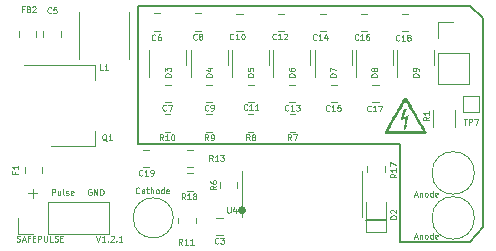
<source format=gto>
G04 #@! TF.GenerationSoftware,KiCad,Pcbnew,5.99.0-unknown-4920692bcd~125~ubuntu20.04.1*
G04 #@! TF.CreationDate,2021-04-19T16:17:19+09:00*
G04 #@! TF.ProjectId,OpenHVPS-5,4f70656e-4856-4505-932d-352e6b696361,V1.2.1*
G04 #@! TF.SameCoordinates,Original*
G04 #@! TF.FileFunction,Legend,Top*
G04 #@! TF.FilePolarity,Positive*
%FSLAX46Y46*%
G04 Gerber Fmt 4.6, Leading zero omitted, Abs format (unit mm)*
G04 Created by KiCad (PCBNEW 5.99.0-unknown-4920692bcd~125~ubuntu20.04.1) date 2021-04-19 16:17:19*
%MOMM*%
%LPD*%
G01*
G04 APERTURE LIST*
%ADD10C,0.150000*%
%ADD11C,0.075000*%
%ADD12C,0.100000*%
%ADD13C,0.120000*%
%ADD14C,0.360000*%
G04 APERTURE END LIST*
D10*
X137414000Y-69270000D02*
X159560000Y-69270000D01*
X158370000Y-75770000D02*
X156670000Y-75770000D01*
X159560000Y-69270000D02*
X159560000Y-77570000D01*
X159560000Y-77570000D02*
X165471000Y-77580787D01*
X137414000Y-69270000D02*
X137414000Y-57658000D01*
X166597000Y-76300000D02*
X165471000Y-77580787D01*
X166604000Y-58658000D02*
X166597000Y-76300000D01*
X165520000Y-57658000D02*
X137414000Y-57658000D01*
X165520000Y-57658000D02*
X166604000Y-58658000D01*
D11*
X127095809Y-77545380D02*
X127167238Y-77569190D01*
X127286285Y-77569190D01*
X127333904Y-77545380D01*
X127357714Y-77521571D01*
X127381523Y-77473952D01*
X127381523Y-77426333D01*
X127357714Y-77378714D01*
X127333904Y-77354904D01*
X127286285Y-77331095D01*
X127191047Y-77307285D01*
X127143428Y-77283476D01*
X127119619Y-77259666D01*
X127095809Y-77212047D01*
X127095809Y-77164428D01*
X127119619Y-77116809D01*
X127143428Y-77093000D01*
X127191047Y-77069190D01*
X127310095Y-77069190D01*
X127381523Y-77093000D01*
X127572000Y-77426333D02*
X127810095Y-77426333D01*
X127524380Y-77569190D02*
X127691047Y-77069190D01*
X127857714Y-77569190D01*
X128191047Y-77307285D02*
X128024380Y-77307285D01*
X128024380Y-77569190D02*
X128024380Y-77069190D01*
X128262476Y-77069190D01*
X128452952Y-77307285D02*
X128619619Y-77307285D01*
X128691047Y-77569190D02*
X128452952Y-77569190D01*
X128452952Y-77069190D01*
X128691047Y-77069190D01*
X128905333Y-77569190D02*
X128905333Y-77069190D01*
X129095809Y-77069190D01*
X129143428Y-77093000D01*
X129167238Y-77116809D01*
X129191047Y-77164428D01*
X129191047Y-77235857D01*
X129167238Y-77283476D01*
X129143428Y-77307285D01*
X129095809Y-77331095D01*
X128905333Y-77331095D01*
X129405333Y-77069190D02*
X129405333Y-77473952D01*
X129429142Y-77521571D01*
X129452952Y-77545380D01*
X129500571Y-77569190D01*
X129595809Y-77569190D01*
X129643428Y-77545380D01*
X129667238Y-77521571D01*
X129691047Y-77473952D01*
X129691047Y-77069190D01*
X130167238Y-77569190D02*
X129929142Y-77569190D01*
X129929142Y-77069190D01*
X130310095Y-77545380D02*
X130381523Y-77569190D01*
X130500571Y-77569190D01*
X130548190Y-77545380D01*
X130572000Y-77521571D01*
X130595809Y-77473952D01*
X130595809Y-77426333D01*
X130572000Y-77378714D01*
X130548190Y-77354904D01*
X130500571Y-77331095D01*
X130405333Y-77307285D01*
X130357714Y-77283476D01*
X130333904Y-77259666D01*
X130310095Y-77212047D01*
X130310095Y-77164428D01*
X130333904Y-77116809D01*
X130357714Y-77093000D01*
X130405333Y-77069190D01*
X130524380Y-77069190D01*
X130595809Y-77093000D01*
X130810095Y-77307285D02*
X130976761Y-77307285D01*
X131048190Y-77569190D02*
X130810095Y-77569190D01*
X130810095Y-77069190D01*
X131048190Y-77069190D01*
X133857714Y-77069190D02*
X134024380Y-77569190D01*
X134191047Y-77069190D01*
X134619619Y-77569190D02*
X134333904Y-77569190D01*
X134476761Y-77569190D02*
X134476761Y-77069190D01*
X134429142Y-77140619D01*
X134381523Y-77188238D01*
X134333904Y-77212047D01*
X134833904Y-77521571D02*
X134857714Y-77545380D01*
X134833904Y-77569190D01*
X134810095Y-77545380D01*
X134833904Y-77521571D01*
X134833904Y-77569190D01*
X135048190Y-77116809D02*
X135072000Y-77093000D01*
X135119619Y-77069190D01*
X135238666Y-77069190D01*
X135286285Y-77093000D01*
X135310095Y-77116809D01*
X135333904Y-77164428D01*
X135333904Y-77212047D01*
X135310095Y-77283476D01*
X135024380Y-77569190D01*
X135333904Y-77569190D01*
X135548190Y-77521571D02*
X135572000Y-77545380D01*
X135548190Y-77569190D01*
X135524380Y-77545380D01*
X135548190Y-77521571D01*
X135548190Y-77569190D01*
X136048190Y-77569190D02*
X135762476Y-77569190D01*
X135905333Y-77569190D02*
X135905333Y-77069190D01*
X135857714Y-77140619D01*
X135810095Y-77188238D01*
X135762476Y-77212047D01*
D12*
X128079047Y-73471428D02*
X128840952Y-73471428D01*
X128460000Y-73852380D02*
X128460000Y-73090476D01*
X130095238Y-73626190D02*
X130095238Y-73126190D01*
X130285714Y-73126190D01*
X130333333Y-73150000D01*
X130357142Y-73173809D01*
X130380952Y-73221428D01*
X130380952Y-73292857D01*
X130357142Y-73340476D01*
X130333333Y-73364285D01*
X130285714Y-73388095D01*
X130095238Y-73388095D01*
X130809523Y-73292857D02*
X130809523Y-73626190D01*
X130595238Y-73292857D02*
X130595238Y-73554761D01*
X130619047Y-73602380D01*
X130666666Y-73626190D01*
X130738095Y-73626190D01*
X130785714Y-73602380D01*
X130809523Y-73578571D01*
X131119047Y-73626190D02*
X131071428Y-73602380D01*
X131047619Y-73554761D01*
X131047619Y-73126190D01*
X131285714Y-73602380D02*
X131333333Y-73626190D01*
X131428571Y-73626190D01*
X131476190Y-73602380D01*
X131500000Y-73554761D01*
X131500000Y-73530952D01*
X131476190Y-73483333D01*
X131428571Y-73459523D01*
X131357142Y-73459523D01*
X131309523Y-73435714D01*
X131285714Y-73388095D01*
X131285714Y-73364285D01*
X131309523Y-73316666D01*
X131357142Y-73292857D01*
X131428571Y-73292857D01*
X131476190Y-73316666D01*
X131904761Y-73602380D02*
X131857142Y-73626190D01*
X131761904Y-73626190D01*
X131714285Y-73602380D01*
X131690476Y-73554761D01*
X131690476Y-73364285D01*
X131714285Y-73316666D01*
X131761904Y-73292857D01*
X131857142Y-73292857D01*
X131904761Y-73316666D01*
X131928571Y-73364285D01*
X131928571Y-73411904D01*
X131690476Y-73459523D01*
X133413047Y-73150000D02*
X133365428Y-73126190D01*
X133294000Y-73126190D01*
X133222571Y-73150000D01*
X133174952Y-73197619D01*
X133151142Y-73245238D01*
X133127333Y-73340476D01*
X133127333Y-73411904D01*
X133151142Y-73507142D01*
X133174952Y-73554761D01*
X133222571Y-73602380D01*
X133294000Y-73626190D01*
X133341619Y-73626190D01*
X133413047Y-73602380D01*
X133436857Y-73578571D01*
X133436857Y-73411904D01*
X133341619Y-73411904D01*
X133651142Y-73626190D02*
X133651142Y-73126190D01*
X133936857Y-73626190D01*
X133936857Y-73126190D01*
X134174952Y-73626190D02*
X134174952Y-73126190D01*
X134294000Y-73126190D01*
X134365428Y-73150000D01*
X134413047Y-73197619D01*
X134436857Y-73245238D01*
X134460666Y-73340476D01*
X134460666Y-73411904D01*
X134436857Y-73507142D01*
X134413047Y-73554761D01*
X134365428Y-73602380D01*
X134294000Y-73626190D01*
X134174952Y-73626190D01*
D11*
X146617237Y-66378571D02*
X146593427Y-66402380D01*
X146521999Y-66426190D01*
X146474380Y-66426190D01*
X146402951Y-66402380D01*
X146355332Y-66354761D01*
X146331523Y-66307142D01*
X146307713Y-66211904D01*
X146307713Y-66140476D01*
X146331523Y-66045238D01*
X146355332Y-65997619D01*
X146402951Y-65950000D01*
X146474380Y-65926190D01*
X146521999Y-65926190D01*
X146593427Y-65950000D01*
X146617237Y-65973809D01*
X147093427Y-66426190D02*
X146807713Y-66426190D01*
X146950570Y-66426190D02*
X146950570Y-65926190D01*
X146902951Y-65997619D01*
X146855332Y-66045238D01*
X146807713Y-66069047D01*
X147569618Y-66426190D02*
X147283904Y-66426190D01*
X147426761Y-66426190D02*
X147426761Y-65926190D01*
X147379142Y-65997619D01*
X147331523Y-66045238D01*
X147283904Y-66069047D01*
X126964285Y-71667666D02*
X126964285Y-71834333D01*
X127226190Y-71834333D02*
X126726190Y-71834333D01*
X126726190Y-71596238D01*
X127226190Y-71143857D02*
X127226190Y-71429571D01*
X127226190Y-71286714D02*
X126726190Y-71286714D01*
X126797619Y-71334333D01*
X126845238Y-71381952D01*
X126869047Y-71429571D01*
X143314999Y-66438571D02*
X143291190Y-66462380D01*
X143219761Y-66486190D01*
X143172142Y-66486190D01*
X143100713Y-66462380D01*
X143053094Y-66414761D01*
X143029285Y-66367142D01*
X143005475Y-66271904D01*
X143005475Y-66200476D01*
X143029285Y-66105238D01*
X143053094Y-66057619D01*
X143100713Y-66010000D01*
X143172142Y-65986190D01*
X143219761Y-65986190D01*
X143291190Y-66010000D01*
X143314999Y-66033809D01*
X143553094Y-66486190D02*
X143648333Y-66486190D01*
X143695952Y-66462380D01*
X143719761Y-66438571D01*
X143767380Y-66367142D01*
X143791190Y-66271904D01*
X143791190Y-66081428D01*
X143767380Y-66033809D01*
X143743571Y-66010000D01*
X143695952Y-65986190D01*
X143600713Y-65986190D01*
X143553094Y-66010000D01*
X143529285Y-66033809D01*
X143505475Y-66081428D01*
X143505475Y-66200476D01*
X143529285Y-66248095D01*
X143553094Y-66271904D01*
X143600713Y-66295714D01*
X143695952Y-66295714D01*
X143743571Y-66271904D01*
X143767380Y-66248095D01*
X143791190Y-66200476D01*
X160762095Y-73616333D02*
X161000190Y-73616333D01*
X160714476Y-73759190D02*
X160881142Y-73259190D01*
X161047809Y-73759190D01*
X161214476Y-73425857D02*
X161214476Y-73759190D01*
X161214476Y-73473476D02*
X161238285Y-73449666D01*
X161285904Y-73425857D01*
X161357333Y-73425857D01*
X161404952Y-73449666D01*
X161428761Y-73497285D01*
X161428761Y-73759190D01*
X161738285Y-73759190D02*
X161690666Y-73735380D01*
X161666857Y-73711571D01*
X161643047Y-73663952D01*
X161643047Y-73521095D01*
X161666857Y-73473476D01*
X161690666Y-73449666D01*
X161738285Y-73425857D01*
X161809714Y-73425857D01*
X161857333Y-73449666D01*
X161881142Y-73473476D01*
X161904952Y-73521095D01*
X161904952Y-73663952D01*
X161881142Y-73711571D01*
X161857333Y-73735380D01*
X161809714Y-73759190D01*
X161738285Y-73759190D01*
X162333523Y-73759190D02*
X162333523Y-73259190D01*
X162333523Y-73735380D02*
X162285904Y-73759190D01*
X162190666Y-73759190D01*
X162143047Y-73735380D01*
X162119238Y-73711571D01*
X162095428Y-73663952D01*
X162095428Y-73521095D01*
X162119238Y-73473476D01*
X162143047Y-73449666D01*
X162190666Y-73425857D01*
X162285904Y-73425857D01*
X162333523Y-73449666D01*
X162762095Y-73735380D02*
X162714476Y-73759190D01*
X162619238Y-73759190D01*
X162571619Y-73735380D01*
X162547809Y-73687761D01*
X162547809Y-73497285D01*
X162571619Y-73449666D01*
X162619238Y-73425857D01*
X162714476Y-73425857D01*
X162762095Y-73449666D01*
X162785904Y-73497285D01*
X162785904Y-73544904D01*
X162547809Y-73592523D01*
X160762095Y-77172333D02*
X161000190Y-77172333D01*
X160714476Y-77315190D02*
X160881142Y-76815190D01*
X161047809Y-77315190D01*
X161214476Y-76981857D02*
X161214476Y-77315190D01*
X161214476Y-77029476D02*
X161238285Y-77005666D01*
X161285904Y-76981857D01*
X161357333Y-76981857D01*
X161404952Y-77005666D01*
X161428761Y-77053285D01*
X161428761Y-77315190D01*
X161738285Y-77315190D02*
X161690666Y-77291380D01*
X161666857Y-77267571D01*
X161643047Y-77219952D01*
X161643047Y-77077095D01*
X161666857Y-77029476D01*
X161690666Y-77005666D01*
X161738285Y-76981857D01*
X161809714Y-76981857D01*
X161857333Y-77005666D01*
X161881142Y-77029476D01*
X161904952Y-77077095D01*
X161904952Y-77219952D01*
X161881142Y-77267571D01*
X161857333Y-77291380D01*
X161809714Y-77315190D01*
X161738285Y-77315190D01*
X162333523Y-77315190D02*
X162333523Y-76815190D01*
X162333523Y-77291380D02*
X162285904Y-77315190D01*
X162190666Y-77315190D01*
X162143047Y-77291380D01*
X162119238Y-77267571D01*
X162095428Y-77219952D01*
X162095428Y-77077095D01*
X162119238Y-77029476D01*
X162143047Y-77005666D01*
X162190666Y-76981857D01*
X162285904Y-76981857D01*
X162333523Y-77005666D01*
X162762095Y-77291380D02*
X162714476Y-77315190D01*
X162619238Y-77315190D01*
X162571619Y-77291380D01*
X162547809Y-77243761D01*
X162547809Y-77053285D01*
X162571619Y-77005666D01*
X162619238Y-76981857D01*
X162714476Y-76981857D01*
X162762095Y-77005666D01*
X162785904Y-77053285D01*
X162785904Y-77100904D01*
X162547809Y-77148523D01*
X157626190Y-63619047D02*
X157126190Y-63619047D01*
X157126190Y-63500000D01*
X157150000Y-63428571D01*
X157197619Y-63380952D01*
X157245238Y-63357142D01*
X157340476Y-63333333D01*
X157411904Y-63333333D01*
X157507142Y-63357142D01*
X157554761Y-63380952D01*
X157602380Y-63428571D01*
X157626190Y-63500000D01*
X157626190Y-63619047D01*
X157340476Y-63047619D02*
X157316666Y-63095238D01*
X157292857Y-63119047D01*
X157245238Y-63142857D01*
X157221428Y-63142857D01*
X157173809Y-63119047D01*
X157150000Y-63095238D01*
X157126190Y-63047619D01*
X157126190Y-62952380D01*
X157150000Y-62904761D01*
X157173809Y-62880952D01*
X157221428Y-62857142D01*
X157245238Y-62857142D01*
X157292857Y-62880952D01*
X157316666Y-62904761D01*
X157340476Y-62952380D01*
X157340476Y-63047619D01*
X157364285Y-63095238D01*
X157388095Y-63119047D01*
X157435714Y-63142857D01*
X157530952Y-63142857D01*
X157578571Y-63119047D01*
X157602380Y-63095238D01*
X157626190Y-63047619D01*
X157626190Y-62952380D01*
X157602380Y-62904761D01*
X157578571Y-62880952D01*
X157530952Y-62857142D01*
X157435714Y-62857142D01*
X157388095Y-62880952D01*
X157364285Y-62904761D01*
X157340476Y-62952380D01*
X143626190Y-63619047D02*
X143126190Y-63619047D01*
X143126190Y-63500000D01*
X143150000Y-63428571D01*
X143197619Y-63380952D01*
X143245238Y-63357142D01*
X143340476Y-63333333D01*
X143411904Y-63333333D01*
X143507142Y-63357142D01*
X143554761Y-63380952D01*
X143602380Y-63428571D01*
X143626190Y-63500000D01*
X143626190Y-63619047D01*
X143292857Y-62904761D02*
X143626190Y-62904761D01*
X143102380Y-63023809D02*
X143459523Y-63142857D01*
X143459523Y-62833333D01*
X149048571Y-60408571D02*
X149024761Y-60432380D01*
X148953333Y-60456190D01*
X148905714Y-60456190D01*
X148834285Y-60432380D01*
X148786666Y-60384761D01*
X148762857Y-60337142D01*
X148739047Y-60241904D01*
X148739047Y-60170476D01*
X148762857Y-60075238D01*
X148786666Y-60027619D01*
X148834285Y-59980000D01*
X148905714Y-59956190D01*
X148953333Y-59956190D01*
X149024761Y-59980000D01*
X149048571Y-60003809D01*
X149524761Y-60456190D02*
X149239047Y-60456190D01*
X149381904Y-60456190D02*
X149381904Y-59956190D01*
X149334285Y-60027619D01*
X149286666Y-60075238D01*
X149239047Y-60099047D01*
X149715238Y-60003809D02*
X149739047Y-59980000D01*
X149786666Y-59956190D01*
X149905714Y-59956190D01*
X149953333Y-59980000D01*
X149977142Y-60003809D01*
X150000952Y-60051428D01*
X150000952Y-60099047D01*
X149977142Y-60170476D01*
X149691428Y-60456190D01*
X150000952Y-60456190D01*
X150097570Y-66438571D02*
X150073760Y-66462380D01*
X150002332Y-66486190D01*
X149954713Y-66486190D01*
X149883284Y-66462380D01*
X149835665Y-66414761D01*
X149811856Y-66367142D01*
X149788046Y-66271904D01*
X149788046Y-66200476D01*
X149811856Y-66105238D01*
X149835665Y-66057619D01*
X149883284Y-66010000D01*
X149954713Y-65986190D01*
X150002332Y-65986190D01*
X150073760Y-66010000D01*
X150097570Y-66033809D01*
X150573760Y-66486190D02*
X150288046Y-66486190D01*
X150430903Y-66486190D02*
X150430903Y-65986190D01*
X150383284Y-66057619D01*
X150335665Y-66105238D01*
X150288046Y-66129047D01*
X150740427Y-65986190D02*
X151049951Y-65986190D01*
X150883284Y-66176666D01*
X150954713Y-66176666D01*
X151002332Y-66200476D01*
X151026141Y-66224285D01*
X151049951Y-66271904D01*
X151049951Y-66390952D01*
X151026141Y-66438571D01*
X151002332Y-66462380D01*
X150954713Y-66486190D01*
X150811856Y-66486190D01*
X150764237Y-66462380D01*
X150740427Y-66438571D01*
X159246190Y-71841428D02*
X159008095Y-72008095D01*
X159246190Y-72127142D02*
X158746190Y-72127142D01*
X158746190Y-71936666D01*
X158770000Y-71889047D01*
X158793809Y-71865238D01*
X158841428Y-71841428D01*
X158912857Y-71841428D01*
X158960476Y-71865238D01*
X158984285Y-71889047D01*
X159008095Y-71936666D01*
X159008095Y-72127142D01*
X159246190Y-71365238D02*
X159246190Y-71650952D01*
X159246190Y-71508095D02*
X158746190Y-71508095D01*
X158817619Y-71555714D01*
X158865238Y-71603333D01*
X158889047Y-71650952D01*
X158746190Y-71198571D02*
X158746190Y-70865238D01*
X159246190Y-71079523D01*
X145448571Y-60408571D02*
X145424761Y-60432380D01*
X145353333Y-60456190D01*
X145305714Y-60456190D01*
X145234285Y-60432380D01*
X145186666Y-60384761D01*
X145162857Y-60337142D01*
X145139047Y-60241904D01*
X145139047Y-60170476D01*
X145162857Y-60075238D01*
X145186666Y-60027619D01*
X145234285Y-59980000D01*
X145305714Y-59956190D01*
X145353333Y-59956190D01*
X145424761Y-59980000D01*
X145448571Y-60003809D01*
X145924761Y-60456190D02*
X145639047Y-60456190D01*
X145781904Y-60456190D02*
X145781904Y-59956190D01*
X145734285Y-60027619D01*
X145686666Y-60075238D01*
X145639047Y-60099047D01*
X146234285Y-59956190D02*
X146281904Y-59956190D01*
X146329523Y-59980000D01*
X146353333Y-60003809D01*
X146377142Y-60051428D01*
X146400952Y-60146666D01*
X146400952Y-60265714D01*
X146377142Y-60360952D01*
X146353333Y-60408571D01*
X146329523Y-60432380D01*
X146281904Y-60456190D01*
X146234285Y-60456190D01*
X146186666Y-60432380D01*
X146162857Y-60408571D01*
X146139047Y-60360952D01*
X146115238Y-60265714D01*
X146115238Y-60146666D01*
X146139047Y-60051428D01*
X146162857Y-60003809D01*
X146186666Y-59980000D01*
X146234285Y-59956190D01*
X140150190Y-63619047D02*
X139650190Y-63619047D01*
X139650190Y-63500000D01*
X139674000Y-63428571D01*
X139721619Y-63380952D01*
X139769238Y-63357142D01*
X139864476Y-63333333D01*
X139935904Y-63333333D01*
X140031142Y-63357142D01*
X140078761Y-63380952D01*
X140126380Y-63428571D01*
X140150190Y-63500000D01*
X140150190Y-63619047D01*
X139650190Y-63166666D02*
X139650190Y-62857142D01*
X139840666Y-63023809D01*
X139840666Y-62952380D01*
X139864476Y-62904761D01*
X139888285Y-62880952D01*
X139935904Y-62857142D01*
X140054952Y-62857142D01*
X140102571Y-62880952D01*
X140126380Y-62904761D01*
X140150190Y-62952380D01*
X140150190Y-63095238D01*
X140126380Y-63142857D01*
X140102571Y-63166666D01*
X146828664Y-68996190D02*
X146661998Y-68758095D01*
X146542950Y-68996190D02*
X146542950Y-68496190D01*
X146733426Y-68496190D01*
X146781045Y-68520000D01*
X146804855Y-68543809D01*
X146828664Y-68591428D01*
X146828664Y-68662857D01*
X146804855Y-68710476D01*
X146781045Y-68734285D01*
X146733426Y-68758095D01*
X146542950Y-68758095D01*
X147114378Y-68710476D02*
X147066759Y-68686666D01*
X147042950Y-68662857D01*
X147019140Y-68615238D01*
X147019140Y-68591428D01*
X147042950Y-68543809D01*
X147066759Y-68520000D01*
X147114378Y-68496190D01*
X147209617Y-68496190D01*
X147257236Y-68520000D01*
X147281045Y-68543809D01*
X147304855Y-68591428D01*
X147304855Y-68615238D01*
X147281045Y-68662857D01*
X147257236Y-68686666D01*
X147209617Y-68710476D01*
X147114378Y-68710476D01*
X147066759Y-68734285D01*
X147042950Y-68758095D01*
X147019140Y-68805714D01*
X147019140Y-68900952D01*
X147042950Y-68948571D01*
X147066759Y-68972380D01*
X147114378Y-68996190D01*
X147209617Y-68996190D01*
X147257236Y-68972380D01*
X147281045Y-68948571D01*
X147304855Y-68900952D01*
X147304855Y-68805714D01*
X147281045Y-68758095D01*
X147257236Y-68734285D01*
X147209617Y-68710476D01*
X127693333Y-57904285D02*
X127526666Y-57904285D01*
X127526666Y-58166190D02*
X127526666Y-57666190D01*
X127764761Y-57666190D01*
X128121904Y-57904285D02*
X128193333Y-57928095D01*
X128217142Y-57951904D01*
X128240952Y-57999523D01*
X128240952Y-58070952D01*
X128217142Y-58118571D01*
X128193333Y-58142380D01*
X128145714Y-58166190D01*
X127955238Y-58166190D01*
X127955238Y-57666190D01*
X128121904Y-57666190D01*
X128169523Y-57690000D01*
X128193333Y-57713809D01*
X128217142Y-57761428D01*
X128217142Y-57809047D01*
X128193333Y-57856666D01*
X128169523Y-57880476D01*
X128121904Y-57904285D01*
X127955238Y-57904285D01*
X128431428Y-57713809D02*
X128455238Y-57690000D01*
X128502857Y-57666190D01*
X128621904Y-57666190D01*
X128669523Y-57690000D01*
X128693333Y-57713809D01*
X128717142Y-57761428D01*
X128717142Y-57809047D01*
X128693333Y-57880476D01*
X128407619Y-58166190D01*
X128717142Y-58166190D01*
X150355665Y-68996190D02*
X150188999Y-68758095D01*
X150069951Y-68996190D02*
X150069951Y-68496190D01*
X150260427Y-68496190D01*
X150308046Y-68520000D01*
X150331856Y-68543809D01*
X150355665Y-68591428D01*
X150355665Y-68662857D01*
X150331856Y-68710476D01*
X150308046Y-68734285D01*
X150260427Y-68758095D01*
X150069951Y-68758095D01*
X150522332Y-68496190D02*
X150855665Y-68496190D01*
X150641379Y-68996190D01*
X143996190Y-72853333D02*
X143758095Y-73020000D01*
X143996190Y-73139047D02*
X143496190Y-73139047D01*
X143496190Y-72948571D01*
X143520000Y-72900952D01*
X143543809Y-72877142D01*
X143591428Y-72853333D01*
X143662857Y-72853333D01*
X143710476Y-72877142D01*
X143734285Y-72900952D01*
X143758095Y-72948571D01*
X143758095Y-73139047D01*
X143496190Y-72424761D02*
X143496190Y-72520000D01*
X143520000Y-72567619D01*
X143543809Y-72591428D01*
X143615238Y-72639047D01*
X143710476Y-72662857D01*
X143900952Y-72662857D01*
X143948571Y-72639047D01*
X143972380Y-72615238D01*
X143996190Y-72567619D01*
X143996190Y-72472380D01*
X143972380Y-72424761D01*
X143948571Y-72400952D01*
X143900952Y-72377142D01*
X143781904Y-72377142D01*
X143734285Y-72400952D01*
X143710476Y-72424761D01*
X143686666Y-72472380D01*
X143686666Y-72567619D01*
X143710476Y-72615238D01*
X143734285Y-72639047D01*
X143781904Y-72662857D01*
X153587903Y-66458571D02*
X153564093Y-66482380D01*
X153492665Y-66506190D01*
X153445046Y-66506190D01*
X153373617Y-66482380D01*
X153325998Y-66434761D01*
X153302189Y-66387142D01*
X153278379Y-66291904D01*
X153278379Y-66220476D01*
X153302189Y-66125238D01*
X153325998Y-66077619D01*
X153373617Y-66030000D01*
X153445046Y-66006190D01*
X153492665Y-66006190D01*
X153564093Y-66030000D01*
X153587903Y-66053809D01*
X154064093Y-66506190D02*
X153778379Y-66506190D01*
X153921236Y-66506190D02*
X153921236Y-66006190D01*
X153873617Y-66077619D01*
X153825998Y-66125238D01*
X153778379Y-66149047D01*
X154516474Y-66006190D02*
X154278379Y-66006190D01*
X154254570Y-66244285D01*
X154278379Y-66220476D01*
X154325998Y-66196666D01*
X154445046Y-66196666D01*
X154492665Y-66220476D01*
X154516474Y-66244285D01*
X154540284Y-66291904D01*
X154540284Y-66410952D01*
X154516474Y-66458571D01*
X154492665Y-66482380D01*
X154445046Y-66506190D01*
X154325998Y-66506190D01*
X154278379Y-66482380D01*
X154254570Y-66458571D01*
X150626190Y-63619047D02*
X150126190Y-63619047D01*
X150126190Y-63500000D01*
X150150000Y-63428571D01*
X150197619Y-63380952D01*
X150245238Y-63357142D01*
X150340476Y-63333333D01*
X150411904Y-63333333D01*
X150507142Y-63357142D01*
X150554761Y-63380952D01*
X150602380Y-63428571D01*
X150626190Y-63500000D01*
X150626190Y-63619047D01*
X150126190Y-62904761D02*
X150126190Y-63000000D01*
X150150000Y-63047619D01*
X150173809Y-63071428D01*
X150245238Y-63119047D01*
X150340476Y-63142857D01*
X150530952Y-63142857D01*
X150578571Y-63119047D01*
X150602380Y-63095238D01*
X150626190Y-63047619D01*
X150626190Y-62952380D01*
X150602380Y-62904761D01*
X150578571Y-62880952D01*
X150530952Y-62857142D01*
X150411904Y-62857142D01*
X150364285Y-62880952D01*
X150340476Y-62904761D01*
X150316666Y-62952380D01*
X150316666Y-63047619D01*
X150340476Y-63095238D01*
X150364285Y-63119047D01*
X150411904Y-63142857D01*
X137492857Y-73443571D02*
X137469047Y-73467380D01*
X137397619Y-73491190D01*
X137350000Y-73491190D01*
X137278571Y-73467380D01*
X137230952Y-73419761D01*
X137207142Y-73372142D01*
X137183333Y-73276904D01*
X137183333Y-73205476D01*
X137207142Y-73110238D01*
X137230952Y-73062619D01*
X137278571Y-73015000D01*
X137350000Y-72991190D01*
X137397619Y-72991190D01*
X137469047Y-73015000D01*
X137492857Y-73038809D01*
X137921428Y-73491190D02*
X137921428Y-73229285D01*
X137897619Y-73181666D01*
X137850000Y-73157857D01*
X137754761Y-73157857D01*
X137707142Y-73181666D01*
X137921428Y-73467380D02*
X137873809Y-73491190D01*
X137754761Y-73491190D01*
X137707142Y-73467380D01*
X137683333Y-73419761D01*
X137683333Y-73372142D01*
X137707142Y-73324523D01*
X137754761Y-73300714D01*
X137873809Y-73300714D01*
X137921428Y-73276904D01*
X138088095Y-73157857D02*
X138278571Y-73157857D01*
X138159523Y-72991190D02*
X138159523Y-73419761D01*
X138183333Y-73467380D01*
X138230952Y-73491190D01*
X138278571Y-73491190D01*
X138445238Y-73491190D02*
X138445238Y-72991190D01*
X138659523Y-73491190D02*
X138659523Y-73229285D01*
X138635714Y-73181666D01*
X138588095Y-73157857D01*
X138516666Y-73157857D01*
X138469047Y-73181666D01*
X138445238Y-73205476D01*
X138969047Y-73491190D02*
X138921428Y-73467380D01*
X138897619Y-73443571D01*
X138873809Y-73395952D01*
X138873809Y-73253095D01*
X138897619Y-73205476D01*
X138921428Y-73181666D01*
X138969047Y-73157857D01*
X139040476Y-73157857D01*
X139088095Y-73181666D01*
X139111904Y-73205476D01*
X139135714Y-73253095D01*
X139135714Y-73395952D01*
X139111904Y-73443571D01*
X139088095Y-73467380D01*
X139040476Y-73491190D01*
X138969047Y-73491190D01*
X139564285Y-73491190D02*
X139564285Y-72991190D01*
X139564285Y-73467380D02*
X139516666Y-73491190D01*
X139421428Y-73491190D01*
X139373809Y-73467380D01*
X139350000Y-73443571D01*
X139326190Y-73395952D01*
X139326190Y-73253095D01*
X139350000Y-73205476D01*
X139373809Y-73181666D01*
X139421428Y-73157857D01*
X139516666Y-73157857D01*
X139564285Y-73181666D01*
X139992857Y-73467380D02*
X139945238Y-73491190D01*
X139850000Y-73491190D01*
X139802380Y-73467380D01*
X139778571Y-73419761D01*
X139778571Y-73229285D01*
X139802380Y-73181666D01*
X139850000Y-73157857D01*
X139945238Y-73157857D01*
X139992857Y-73181666D01*
X140016666Y-73229285D01*
X140016666Y-73276904D01*
X139778571Y-73324523D01*
X154126190Y-63619047D02*
X153626190Y-63619047D01*
X153626190Y-63500000D01*
X153650000Y-63428571D01*
X153697619Y-63380952D01*
X153745238Y-63357142D01*
X153840476Y-63333333D01*
X153911904Y-63333333D01*
X154007142Y-63357142D01*
X154054761Y-63380952D01*
X154102380Y-63428571D01*
X154126190Y-63500000D01*
X154126190Y-63619047D01*
X153626190Y-63166666D02*
X153626190Y-62833333D01*
X154126190Y-63047619D01*
X138846666Y-60488571D02*
X138822857Y-60512380D01*
X138751428Y-60536190D01*
X138703809Y-60536190D01*
X138632380Y-60512380D01*
X138584761Y-60464761D01*
X138560952Y-60417142D01*
X138537142Y-60321904D01*
X138537142Y-60250476D01*
X138560952Y-60155238D01*
X138584761Y-60107619D01*
X138632380Y-60060000D01*
X138703809Y-60036190D01*
X138751428Y-60036190D01*
X138822857Y-60060000D01*
X138846666Y-60083809D01*
X139275238Y-60036190D02*
X139180000Y-60036190D01*
X139132380Y-60060000D01*
X139108571Y-60083809D01*
X139060952Y-60155238D01*
X139037142Y-60250476D01*
X139037142Y-60440952D01*
X139060952Y-60488571D01*
X139084761Y-60512380D01*
X139132380Y-60536190D01*
X139227619Y-60536190D01*
X139275238Y-60512380D01*
X139299047Y-60488571D01*
X139322857Y-60440952D01*
X139322857Y-60321904D01*
X139299047Y-60274285D01*
X139275238Y-60250476D01*
X139227619Y-60226666D01*
X139132380Y-60226666D01*
X139084761Y-60250476D01*
X139060952Y-60274285D01*
X139037142Y-60321904D01*
X130016666Y-58178571D02*
X129992857Y-58202380D01*
X129921428Y-58226190D01*
X129873809Y-58226190D01*
X129802380Y-58202380D01*
X129754761Y-58154761D01*
X129730952Y-58107142D01*
X129707142Y-58011904D01*
X129707142Y-57940476D01*
X129730952Y-57845238D01*
X129754761Y-57797619D01*
X129802380Y-57750000D01*
X129873809Y-57726190D01*
X129921428Y-57726190D01*
X129992857Y-57750000D01*
X130016666Y-57773809D01*
X130469047Y-57726190D02*
X130230952Y-57726190D01*
X130207142Y-57964285D01*
X130230952Y-57940476D01*
X130278571Y-57916666D01*
X130397619Y-57916666D01*
X130445238Y-57940476D01*
X130469047Y-57964285D01*
X130492857Y-58011904D01*
X130492857Y-58130952D01*
X130469047Y-58178571D01*
X130445238Y-58202380D01*
X130397619Y-58226190D01*
X130278571Y-58226190D01*
X130230952Y-58202380D01*
X130207142Y-58178571D01*
X162024190Y-67012333D02*
X161786095Y-67179000D01*
X162024190Y-67298047D02*
X161524190Y-67298047D01*
X161524190Y-67107571D01*
X161548000Y-67059952D01*
X161571809Y-67036142D01*
X161619428Y-67012333D01*
X161690857Y-67012333D01*
X161738476Y-67036142D01*
X161762285Y-67059952D01*
X161786095Y-67107571D01*
X161786095Y-67298047D01*
X162024190Y-66536142D02*
X162024190Y-66821857D01*
X162024190Y-66679000D02*
X161524190Y-66679000D01*
X161595619Y-66726619D01*
X161643238Y-66774238D01*
X161667047Y-66821857D01*
X157088236Y-66508571D02*
X157064426Y-66532380D01*
X156992998Y-66556190D01*
X156945379Y-66556190D01*
X156873950Y-66532380D01*
X156826331Y-66484761D01*
X156802522Y-66437142D01*
X156778712Y-66341904D01*
X156778712Y-66270476D01*
X156802522Y-66175238D01*
X156826331Y-66127619D01*
X156873950Y-66080000D01*
X156945379Y-66056190D01*
X156992998Y-66056190D01*
X157064426Y-66080000D01*
X157088236Y-66103809D01*
X157564426Y-66556190D02*
X157278712Y-66556190D01*
X157421569Y-66556190D02*
X157421569Y-66056190D01*
X157373950Y-66127619D01*
X157326331Y-66175238D01*
X157278712Y-66199047D01*
X157731093Y-66056190D02*
X158064426Y-66056190D01*
X157850141Y-66556190D01*
X141360571Y-73996190D02*
X141193904Y-73758095D01*
X141074857Y-73996190D02*
X141074857Y-73496190D01*
X141265333Y-73496190D01*
X141312952Y-73520000D01*
X141336761Y-73543809D01*
X141360571Y-73591428D01*
X141360571Y-73662857D01*
X141336761Y-73710476D01*
X141312952Y-73734285D01*
X141265333Y-73758095D01*
X141074857Y-73758095D01*
X141836761Y-73996190D02*
X141551047Y-73996190D01*
X141693904Y-73996190D02*
X141693904Y-73496190D01*
X141646285Y-73567619D01*
X141598666Y-73615238D01*
X141551047Y-73639047D01*
X142122476Y-73710476D02*
X142074857Y-73686666D01*
X142051047Y-73662857D01*
X142027238Y-73615238D01*
X142027238Y-73591428D01*
X142051047Y-73543809D01*
X142074857Y-73520000D01*
X142122476Y-73496190D01*
X142217714Y-73496190D01*
X142265333Y-73520000D01*
X142289142Y-73543809D01*
X142312952Y-73591428D01*
X142312952Y-73615238D01*
X142289142Y-73662857D01*
X142265333Y-73686666D01*
X142217714Y-73710476D01*
X142122476Y-73710476D01*
X142074857Y-73734285D01*
X142051047Y-73758095D01*
X142027238Y-73805714D01*
X142027238Y-73900952D01*
X142051047Y-73948571D01*
X142074857Y-73972380D01*
X142122476Y-73996190D01*
X142217714Y-73996190D01*
X142265333Y-73972380D01*
X142289142Y-73948571D01*
X142312952Y-73900952D01*
X142312952Y-73805714D01*
X142289142Y-73758095D01*
X142265333Y-73734285D01*
X142217714Y-73710476D01*
X139754666Y-66428571D02*
X139730857Y-66452380D01*
X139659428Y-66476190D01*
X139611809Y-66476190D01*
X139540380Y-66452380D01*
X139492761Y-66404761D01*
X139468952Y-66357142D01*
X139445142Y-66261904D01*
X139445142Y-66190476D01*
X139468952Y-66095238D01*
X139492761Y-66047619D01*
X139540380Y-66000000D01*
X139611809Y-65976190D01*
X139659428Y-65976190D01*
X139730857Y-66000000D01*
X139754666Y-66023809D01*
X139921333Y-65976190D02*
X140254666Y-65976190D01*
X140040380Y-66476190D01*
X152488571Y-60448571D02*
X152464761Y-60472380D01*
X152393333Y-60496190D01*
X152345714Y-60496190D01*
X152274285Y-60472380D01*
X152226666Y-60424761D01*
X152202857Y-60377142D01*
X152179047Y-60281904D01*
X152179047Y-60210476D01*
X152202857Y-60115238D01*
X152226666Y-60067619D01*
X152274285Y-60020000D01*
X152345714Y-59996190D01*
X152393333Y-59996190D01*
X152464761Y-60020000D01*
X152488571Y-60043809D01*
X152964761Y-60496190D02*
X152679047Y-60496190D01*
X152821904Y-60496190D02*
X152821904Y-59996190D01*
X152774285Y-60067619D01*
X152726666Y-60115238D01*
X152679047Y-60139047D01*
X153393333Y-60162857D02*
X153393333Y-60496190D01*
X153274285Y-59972380D02*
X153155238Y-60329523D01*
X153464761Y-60329523D01*
X134416666Y-63076190D02*
X134178571Y-63076190D01*
X134178571Y-62576190D01*
X134845238Y-63076190D02*
X134559523Y-63076190D01*
X134702380Y-63076190D02*
X134702380Y-62576190D01*
X134654761Y-62647619D01*
X134607142Y-62695238D01*
X134559523Y-62719047D01*
X141132571Y-77823190D02*
X140965904Y-77585095D01*
X140846857Y-77823190D02*
X140846857Y-77323190D01*
X141037333Y-77323190D01*
X141084952Y-77347000D01*
X141108761Y-77370809D01*
X141132571Y-77418428D01*
X141132571Y-77489857D01*
X141108761Y-77537476D01*
X141084952Y-77561285D01*
X141037333Y-77585095D01*
X140846857Y-77585095D01*
X141608761Y-77823190D02*
X141323047Y-77823190D01*
X141465904Y-77823190D02*
X141465904Y-77323190D01*
X141418285Y-77394619D01*
X141370666Y-77442238D01*
X141323047Y-77466047D01*
X142084952Y-77823190D02*
X141799238Y-77823190D01*
X141942095Y-77823190D02*
X141942095Y-77323190D01*
X141894476Y-77394619D01*
X141846857Y-77442238D01*
X141799238Y-77466047D01*
X139505571Y-68996190D02*
X139338904Y-68758095D01*
X139219857Y-68996190D02*
X139219857Y-68496190D01*
X139410333Y-68496190D01*
X139457952Y-68520000D01*
X139481761Y-68543809D01*
X139505571Y-68591428D01*
X139505571Y-68662857D01*
X139481761Y-68710476D01*
X139457952Y-68734285D01*
X139410333Y-68758095D01*
X139219857Y-68758095D01*
X139981761Y-68996190D02*
X139696047Y-68996190D01*
X139838904Y-68996190D02*
X139838904Y-68496190D01*
X139791285Y-68567619D01*
X139743666Y-68615238D01*
X139696047Y-68639047D01*
X140291285Y-68496190D02*
X140338904Y-68496190D01*
X140386523Y-68520000D01*
X140410333Y-68543809D01*
X140434142Y-68591428D01*
X140457952Y-68686666D01*
X140457952Y-68805714D01*
X140434142Y-68900952D01*
X140410333Y-68948571D01*
X140386523Y-68972380D01*
X140338904Y-68996190D01*
X140291285Y-68996190D01*
X140243666Y-68972380D01*
X140219857Y-68948571D01*
X140196047Y-68900952D01*
X140172238Y-68805714D01*
X140172238Y-68686666D01*
X140196047Y-68591428D01*
X140219857Y-68543809D01*
X140243666Y-68520000D01*
X140291285Y-68496190D01*
X159498571Y-60518571D02*
X159474761Y-60542380D01*
X159403333Y-60566190D01*
X159355714Y-60566190D01*
X159284285Y-60542380D01*
X159236666Y-60494761D01*
X159212857Y-60447142D01*
X159189047Y-60351904D01*
X159189047Y-60280476D01*
X159212857Y-60185238D01*
X159236666Y-60137619D01*
X159284285Y-60090000D01*
X159355714Y-60066190D01*
X159403333Y-60066190D01*
X159474761Y-60090000D01*
X159498571Y-60113809D01*
X159974761Y-60566190D02*
X159689047Y-60566190D01*
X159831904Y-60566190D02*
X159831904Y-60066190D01*
X159784285Y-60137619D01*
X159736666Y-60185238D01*
X159689047Y-60209047D01*
X160260476Y-60280476D02*
X160212857Y-60256666D01*
X160189047Y-60232857D01*
X160165238Y-60185238D01*
X160165238Y-60161428D01*
X160189047Y-60113809D01*
X160212857Y-60090000D01*
X160260476Y-60066190D01*
X160355714Y-60066190D01*
X160403333Y-60090000D01*
X160427142Y-60113809D01*
X160450952Y-60161428D01*
X160450952Y-60185238D01*
X160427142Y-60232857D01*
X160403333Y-60256666D01*
X160355714Y-60280476D01*
X160260476Y-60280476D01*
X160212857Y-60304285D01*
X160189047Y-60328095D01*
X160165238Y-60375714D01*
X160165238Y-60470952D01*
X160189047Y-60518571D01*
X160212857Y-60542380D01*
X160260476Y-60566190D01*
X160355714Y-60566190D01*
X160403333Y-60542380D01*
X160427142Y-60518571D01*
X160450952Y-60470952D01*
X160450952Y-60375714D01*
X160427142Y-60328095D01*
X160403333Y-60304285D01*
X160355714Y-60280476D01*
X143330665Y-68996190D02*
X143163999Y-68758095D01*
X143044951Y-68996190D02*
X143044951Y-68496190D01*
X143235427Y-68496190D01*
X143283046Y-68520000D01*
X143306856Y-68543809D01*
X143330665Y-68591428D01*
X143330665Y-68662857D01*
X143306856Y-68710476D01*
X143283046Y-68734285D01*
X143235427Y-68758095D01*
X143044951Y-68758095D01*
X143568760Y-68996190D02*
X143663999Y-68996190D01*
X143711618Y-68972380D01*
X143735427Y-68948571D01*
X143783046Y-68877142D01*
X143806856Y-68781904D01*
X143806856Y-68591428D01*
X143783046Y-68543809D01*
X143759237Y-68520000D01*
X143711618Y-68496190D01*
X143616379Y-68496190D01*
X143568760Y-68520000D01*
X143544951Y-68543809D01*
X143521141Y-68591428D01*
X143521141Y-68710476D01*
X143544951Y-68758095D01*
X143568760Y-68781904D01*
X143616379Y-68805714D01*
X143711618Y-68805714D01*
X143759237Y-68781904D01*
X143783046Y-68758095D01*
X143806856Y-68710476D01*
X143698571Y-70746190D02*
X143531904Y-70508095D01*
X143412857Y-70746190D02*
X143412857Y-70246190D01*
X143603333Y-70246190D01*
X143650952Y-70270000D01*
X143674761Y-70293809D01*
X143698571Y-70341428D01*
X143698571Y-70412857D01*
X143674761Y-70460476D01*
X143650952Y-70484285D01*
X143603333Y-70508095D01*
X143412857Y-70508095D01*
X144174761Y-70746190D02*
X143889047Y-70746190D01*
X144031904Y-70746190D02*
X144031904Y-70246190D01*
X143984285Y-70317619D01*
X143936666Y-70365238D01*
X143889047Y-70389047D01*
X144341428Y-70246190D02*
X144650952Y-70246190D01*
X144484285Y-70436666D01*
X144555714Y-70436666D01*
X144603333Y-70460476D01*
X144627142Y-70484285D01*
X144650952Y-70531904D01*
X144650952Y-70650952D01*
X144627142Y-70698571D01*
X144603333Y-70722380D01*
X144555714Y-70746190D01*
X144412857Y-70746190D01*
X144365238Y-70722380D01*
X144341428Y-70698571D01*
X156018571Y-60448571D02*
X155994761Y-60472380D01*
X155923333Y-60496190D01*
X155875714Y-60496190D01*
X155804285Y-60472380D01*
X155756666Y-60424761D01*
X155732857Y-60377142D01*
X155709047Y-60281904D01*
X155709047Y-60210476D01*
X155732857Y-60115238D01*
X155756666Y-60067619D01*
X155804285Y-60020000D01*
X155875714Y-59996190D01*
X155923333Y-59996190D01*
X155994761Y-60020000D01*
X156018571Y-60043809D01*
X156494761Y-60496190D02*
X156209047Y-60496190D01*
X156351904Y-60496190D02*
X156351904Y-59996190D01*
X156304285Y-60067619D01*
X156256666Y-60115238D01*
X156209047Y-60139047D01*
X156923333Y-59996190D02*
X156828095Y-59996190D01*
X156780476Y-60020000D01*
X156756666Y-60043809D01*
X156709047Y-60115238D01*
X156685238Y-60210476D01*
X156685238Y-60400952D01*
X156709047Y-60448571D01*
X156732857Y-60472380D01*
X156780476Y-60496190D01*
X156875714Y-60496190D01*
X156923333Y-60472380D01*
X156947142Y-60448571D01*
X156970952Y-60400952D01*
X156970952Y-60281904D01*
X156947142Y-60234285D01*
X156923333Y-60210476D01*
X156875714Y-60186666D01*
X156780476Y-60186666D01*
X156732857Y-60210476D01*
X156709047Y-60234285D01*
X156685238Y-60281904D01*
X144919047Y-74626190D02*
X144919047Y-75030952D01*
X144942857Y-75078571D01*
X144966666Y-75102380D01*
X145014285Y-75126190D01*
X145109523Y-75126190D01*
X145157142Y-75102380D01*
X145180952Y-75078571D01*
X145204761Y-75030952D01*
X145204761Y-74626190D01*
X145657142Y-74792857D02*
X145657142Y-75126190D01*
X145538095Y-74602380D02*
X145419047Y-74959523D01*
X145728571Y-74959523D01*
X134722380Y-69043809D02*
X134674761Y-69020000D01*
X134627142Y-68972380D01*
X134555714Y-68900952D01*
X134508095Y-68877142D01*
X134460476Y-68877142D01*
X134484285Y-68996190D02*
X134436666Y-68972380D01*
X134389047Y-68924761D01*
X134365238Y-68829523D01*
X134365238Y-68662857D01*
X134389047Y-68567619D01*
X134436666Y-68520000D01*
X134484285Y-68496190D01*
X134579523Y-68496190D01*
X134627142Y-68520000D01*
X134674761Y-68567619D01*
X134698571Y-68662857D01*
X134698571Y-68829523D01*
X134674761Y-68924761D01*
X134627142Y-68972380D01*
X134579523Y-68996190D01*
X134484285Y-68996190D01*
X135174761Y-68996190D02*
X134889047Y-68996190D01*
X135031904Y-68996190D02*
X135031904Y-68496190D01*
X134984285Y-68567619D01*
X134936666Y-68615238D01*
X134889047Y-68639047D01*
X161126190Y-63619047D02*
X160626190Y-63619047D01*
X160626190Y-63500000D01*
X160650000Y-63428571D01*
X160697619Y-63380952D01*
X160745238Y-63357142D01*
X160840476Y-63333333D01*
X160911904Y-63333333D01*
X161007142Y-63357142D01*
X161054761Y-63380952D01*
X161102380Y-63428571D01*
X161126190Y-63500000D01*
X161126190Y-63619047D01*
X161126190Y-63095238D02*
X161126190Y-63000000D01*
X161102380Y-62952380D01*
X161078571Y-62928571D01*
X161007142Y-62880952D01*
X160911904Y-62857142D01*
X160721428Y-62857142D01*
X160673809Y-62880952D01*
X160650000Y-62904761D01*
X160626190Y-62952380D01*
X160626190Y-63047619D01*
X160650000Y-63095238D01*
X160673809Y-63119047D01*
X160721428Y-63142857D01*
X160840476Y-63142857D01*
X160888095Y-63119047D01*
X160911904Y-63095238D01*
X160935714Y-63047619D01*
X160935714Y-62952380D01*
X160911904Y-62904761D01*
X160888095Y-62880952D01*
X160840476Y-62857142D01*
X159246190Y-75639047D02*
X158746190Y-75639047D01*
X158746190Y-75520000D01*
X158770000Y-75448571D01*
X158817619Y-75400952D01*
X158865238Y-75377142D01*
X158960476Y-75353333D01*
X159031904Y-75353333D01*
X159127142Y-75377142D01*
X159174761Y-75400952D01*
X159222380Y-75448571D01*
X159246190Y-75520000D01*
X159246190Y-75639047D01*
X158793809Y-75162857D02*
X158770000Y-75139047D01*
X158746190Y-75091428D01*
X158746190Y-74972380D01*
X158770000Y-74924761D01*
X158793809Y-74900952D01*
X158841428Y-74877142D01*
X158889047Y-74877142D01*
X158960476Y-74900952D01*
X159246190Y-75186666D01*
X159246190Y-74877142D01*
X164953047Y-67163190D02*
X165238761Y-67163190D01*
X165095904Y-67663190D02*
X165095904Y-67163190D01*
X165405428Y-67663190D02*
X165405428Y-67163190D01*
X165595904Y-67163190D01*
X165643523Y-67187000D01*
X165667333Y-67210809D01*
X165691142Y-67258428D01*
X165691142Y-67329857D01*
X165667333Y-67377476D01*
X165643523Y-67401285D01*
X165595904Y-67425095D01*
X165405428Y-67425095D01*
X165857809Y-67163190D02*
X166191142Y-67163190D01*
X165976857Y-67663190D01*
X137748571Y-71948571D02*
X137724761Y-71972380D01*
X137653333Y-71996190D01*
X137605714Y-71996190D01*
X137534285Y-71972380D01*
X137486666Y-71924761D01*
X137462857Y-71877142D01*
X137439047Y-71781904D01*
X137439047Y-71710476D01*
X137462857Y-71615238D01*
X137486666Y-71567619D01*
X137534285Y-71520000D01*
X137605714Y-71496190D01*
X137653333Y-71496190D01*
X137724761Y-71520000D01*
X137748571Y-71543809D01*
X138224761Y-71996190D02*
X137939047Y-71996190D01*
X138081904Y-71996190D02*
X138081904Y-71496190D01*
X138034285Y-71567619D01*
X137986666Y-71615238D01*
X137939047Y-71639047D01*
X138462857Y-71996190D02*
X138558095Y-71996190D01*
X138605714Y-71972380D01*
X138629523Y-71948571D01*
X138677142Y-71877142D01*
X138700952Y-71781904D01*
X138700952Y-71591428D01*
X138677142Y-71543809D01*
X138653333Y-71520000D01*
X138605714Y-71496190D01*
X138510476Y-71496190D01*
X138462857Y-71520000D01*
X138439047Y-71543809D01*
X138415238Y-71591428D01*
X138415238Y-71710476D01*
X138439047Y-71758095D01*
X138462857Y-71781904D01*
X138510476Y-71805714D01*
X138605714Y-71805714D01*
X138653333Y-71781904D01*
X138677142Y-71758095D01*
X138700952Y-71710476D01*
X142356666Y-60428571D02*
X142332857Y-60452380D01*
X142261428Y-60476190D01*
X142213809Y-60476190D01*
X142142380Y-60452380D01*
X142094761Y-60404761D01*
X142070952Y-60357142D01*
X142047142Y-60261904D01*
X142047142Y-60190476D01*
X142070952Y-60095238D01*
X142094761Y-60047619D01*
X142142380Y-60000000D01*
X142213809Y-59976190D01*
X142261428Y-59976190D01*
X142332857Y-60000000D01*
X142356666Y-60023809D01*
X142642380Y-60190476D02*
X142594761Y-60166666D01*
X142570952Y-60142857D01*
X142547142Y-60095238D01*
X142547142Y-60071428D01*
X142570952Y-60023809D01*
X142594761Y-60000000D01*
X142642380Y-59976190D01*
X142737619Y-59976190D01*
X142785238Y-60000000D01*
X142809047Y-60023809D01*
X142832857Y-60071428D01*
X142832857Y-60095238D01*
X142809047Y-60142857D01*
X142785238Y-60166666D01*
X142737619Y-60190476D01*
X142642380Y-60190476D01*
X142594761Y-60214285D01*
X142570952Y-60238095D01*
X142547142Y-60285714D01*
X142547142Y-60380952D01*
X142570952Y-60428571D01*
X142594761Y-60452380D01*
X142642380Y-60476190D01*
X142737619Y-60476190D01*
X142785238Y-60452380D01*
X142809047Y-60428571D01*
X142832857Y-60380952D01*
X142832857Y-60285714D01*
X142809047Y-60238095D01*
X142785238Y-60214285D01*
X142737619Y-60190476D01*
X147144856Y-63619047D02*
X146644856Y-63619047D01*
X146644856Y-63500000D01*
X146668666Y-63428571D01*
X146716285Y-63380952D01*
X146763904Y-63357142D01*
X146859142Y-63333333D01*
X146930570Y-63333333D01*
X147025808Y-63357142D01*
X147073427Y-63380952D01*
X147121046Y-63428571D01*
X147144856Y-63500000D01*
X147144856Y-63619047D01*
X146644856Y-62880952D02*
X146644856Y-63119047D01*
X146882951Y-63142857D01*
X146859142Y-63119047D01*
X146835332Y-63071428D01*
X146835332Y-62952380D01*
X146859142Y-62904761D01*
X146882951Y-62880952D01*
X146930570Y-62857142D01*
X147049618Y-62857142D01*
X147097237Y-62880952D01*
X147121046Y-62904761D01*
X147144856Y-62952380D01*
X147144856Y-63071428D01*
X147121046Y-63119047D01*
X147097237Y-63142857D01*
X144186666Y-77698571D02*
X144162857Y-77722380D01*
X144091428Y-77746190D01*
X144043809Y-77746190D01*
X143972380Y-77722380D01*
X143924761Y-77674761D01*
X143900952Y-77627142D01*
X143877142Y-77531904D01*
X143877142Y-77460476D01*
X143900952Y-77365238D01*
X143924761Y-77317619D01*
X143972380Y-77270000D01*
X144043809Y-77246190D01*
X144091428Y-77246190D01*
X144162857Y-77270000D01*
X144186666Y-77293809D01*
X144353333Y-77246190D02*
X144662857Y-77246190D01*
X144496190Y-77436666D01*
X144567619Y-77436666D01*
X144615238Y-77460476D01*
X144639047Y-77484285D01*
X144662857Y-77531904D01*
X144662857Y-77650952D01*
X144639047Y-77698571D01*
X144615238Y-77722380D01*
X144567619Y-77746190D01*
X144424761Y-77746190D01*
X144377142Y-77722380D01*
X144353333Y-77698571D01*
D13*
X146657414Y-65785000D02*
X147179918Y-65785000D01*
X146657414Y-64315000D02*
X147179918Y-64315000D01*
X129235000Y-71728064D02*
X129235000Y-71273936D01*
X127765000Y-71728064D02*
X127765000Y-71273936D01*
X162730000Y-61595000D02*
X162730000Y-64195000D01*
X162730000Y-61595000D02*
X165390000Y-61595000D01*
X162730000Y-58995000D02*
X164060000Y-58995000D01*
X162730000Y-64195000D02*
X165390000Y-64195000D01*
X162730000Y-60325000D02*
X162730000Y-58995000D01*
X165390000Y-61595000D02*
X165390000Y-64195000D01*
X143137081Y-64315000D02*
X143659585Y-64315000D01*
X143137081Y-65785000D02*
X143659585Y-65785000D01*
X165860000Y-71755000D02*
G75*
G03*
X165860000Y-71755000I-1800000J0D01*
G01*
X165860000Y-75565000D02*
G75*
G03*
X165860000Y-75565000I-1800000J0D01*
G01*
X158960000Y-62000000D02*
X158960000Y-61350000D01*
X155840000Y-62000000D02*
X155840000Y-63675000D01*
X158960000Y-62000000D02*
X158960000Y-62650000D01*
X155840000Y-62000000D02*
X155840000Y-61350000D01*
X141840000Y-62000000D02*
X141840000Y-63675000D01*
X144960000Y-62000000D02*
X144960000Y-61350000D01*
X141840000Y-62000000D02*
X141840000Y-61350000D01*
X144960000Y-62000000D02*
X144960000Y-62650000D01*
X149218748Y-59735000D02*
X149741252Y-59735000D01*
X149218748Y-58265000D02*
X149741252Y-58265000D01*
X150177747Y-65785000D02*
X150700251Y-65785000D01*
X150177747Y-64315000D02*
X150700251Y-64315000D01*
X158255000Y-71205436D02*
X158255000Y-71659564D01*
X156785000Y-71205436D02*
X156785000Y-71659564D01*
X145708748Y-58275000D02*
X146231252Y-58275000D01*
X145708748Y-59745000D02*
X146231252Y-59745000D01*
X138318000Y-61976000D02*
X138318000Y-63651000D01*
X141438000Y-61976000D02*
X141438000Y-61326000D01*
X141438000Y-61976000D02*
X141438000Y-62626000D01*
X138318000Y-61976000D02*
X138318000Y-61326000D01*
X147139062Y-66785000D02*
X146684934Y-66785000D01*
X147139062Y-68255000D02*
X146684934Y-68255000D01*
X128755000Y-60227064D02*
X128755000Y-59772936D01*
X127285000Y-60227064D02*
X127285000Y-59772936D01*
X150666063Y-68255000D02*
X150211935Y-68255000D01*
X150666063Y-66785000D02*
X150211935Y-66785000D01*
X145755000Y-72542936D02*
X145755000Y-72997064D01*
X144285000Y-72542936D02*
X144285000Y-72997064D01*
X153698080Y-65785000D02*
X154220584Y-65785000D01*
X153698080Y-64315000D02*
X154220584Y-64315000D01*
X148840000Y-62000000D02*
X148840000Y-61350000D01*
X151960000Y-62000000D02*
X151960000Y-61350000D01*
X148840000Y-62000000D02*
X148840000Y-63675000D01*
X151960000Y-62000000D02*
X151960000Y-62650000D01*
X140360000Y-75565000D02*
G75*
G03*
X140360000Y-75565000I-1700000J0D01*
G01*
X155460000Y-62000000D02*
X155460000Y-61350000D01*
X155460000Y-62000000D02*
X155460000Y-62650000D01*
X152340000Y-62000000D02*
X152340000Y-61350000D01*
X152340000Y-62000000D02*
X152340000Y-63675000D01*
X138718748Y-58255000D02*
X139241252Y-58255000D01*
X138718748Y-59725000D02*
X139241252Y-59725000D01*
X129365000Y-59738748D02*
X129365000Y-60261252D01*
X130835000Y-59738748D02*
X130835000Y-60261252D01*
X129770000Y-76895000D02*
X129770000Y-74235000D01*
X129770000Y-76895000D02*
X134910000Y-76895000D01*
X129770000Y-74235000D02*
X134910000Y-74235000D01*
X127170000Y-76895000D02*
X127170000Y-75565000D01*
X134910000Y-76895000D02*
X134910000Y-74235000D01*
X128500000Y-76895000D02*
X127170000Y-76895000D01*
G36*
X158354008Y-68107981D02*
G01*
X158418465Y-67985190D01*
X158495031Y-67845078D01*
X158542273Y-67760910D01*
X158641984Y-67584889D01*
X158755844Y-67383887D01*
X158875200Y-67173177D01*
X158991401Y-66968035D01*
X159095794Y-66783735D01*
X159111786Y-66755503D01*
X159193331Y-66611567D01*
X159269700Y-66476823D01*
X159337174Y-66357828D01*
X159392034Y-66261140D01*
X159430562Y-66193316D01*
X159446342Y-66165612D01*
X159475428Y-66114485D01*
X159521151Y-66033815D01*
X159577423Y-65934359D01*
X159638152Y-65826873D01*
X159642813Y-65818618D01*
X159704233Y-65711645D01*
X159762815Y-65612863D01*
X159812217Y-65532759D01*
X159846098Y-65481820D01*
X159847960Y-65479304D01*
X159922055Y-65412165D01*
X160008073Y-65387764D01*
X160099526Y-65407762D01*
X160108994Y-65412410D01*
X160125812Y-65421067D01*
X160141065Y-65430376D01*
X160156880Y-65443742D01*
X160175388Y-65464576D01*
X160198715Y-65496283D01*
X160228991Y-65542273D01*
X160268343Y-65605954D01*
X160318900Y-65690733D01*
X160382791Y-65800018D01*
X160462143Y-65937218D01*
X160559086Y-66105740D01*
X160675747Y-66308992D01*
X160752752Y-66443208D01*
X160866014Y-66640539D01*
X160990071Y-66856567D01*
X161118313Y-67079788D01*
X161244130Y-67298699D01*
X161360912Y-67501797D01*
X161462049Y-67677579D01*
X161472342Y-67695460D01*
X161559194Y-67848331D01*
X161636974Y-67989103D01*
X161702830Y-68112314D01*
X161753907Y-68212502D01*
X161787350Y-68284204D01*
X161800305Y-68321958D01*
X161800371Y-68323271D01*
X161785864Y-68384043D01*
X161756160Y-68435864D01*
X161711949Y-68490476D01*
X160316133Y-68492178D01*
X160055908Y-68492265D01*
X159801432Y-68491914D01*
X159557891Y-68491159D01*
X159330472Y-68490035D01*
X159124363Y-68488579D01*
X158944748Y-68486827D01*
X158796817Y-68484812D01*
X158685754Y-68482572D01*
X158626292Y-68480612D01*
X158502378Y-68474249D01*
X158416405Y-68467305D01*
X158360053Y-68458274D01*
X158325007Y-68445649D01*
X158302948Y-68427927D01*
X158297382Y-68421077D01*
X158269222Y-68360622D01*
X158261763Y-68316101D01*
X158272810Y-68279071D01*
X158292454Y-68234916D01*
X158561756Y-68234916D01*
X158584241Y-68237123D01*
X158649105Y-68239208D01*
X158752463Y-68241137D01*
X158890426Y-68242877D01*
X159059110Y-68244394D01*
X159254626Y-68245655D01*
X159473089Y-68246626D01*
X159710613Y-68247274D01*
X159963309Y-68247566D01*
X160030699Y-68247579D01*
X160286690Y-68247418D01*
X160528513Y-68246952D01*
X160752281Y-68246210D01*
X160954109Y-68245219D01*
X161130109Y-68244008D01*
X161276395Y-68242604D01*
X161389081Y-68241035D01*
X161464280Y-68239329D01*
X161498105Y-68237515D01*
X161499643Y-68237031D01*
X161488785Y-68213122D01*
X161460541Y-68161515D01*
X161427259Y-68104016D01*
X161402166Y-68060963D01*
X161356469Y-67981929D01*
X161292563Y-67871077D01*
X161212842Y-67732572D01*
X161119700Y-67570577D01*
X161015533Y-67389255D01*
X160902735Y-67192772D01*
X160783700Y-66985290D01*
X160718259Y-66871168D01*
X160575769Y-66622625D01*
X160454548Y-66411211D01*
X160352832Y-66233929D01*
X160268855Y-66087785D01*
X160200851Y-65969781D01*
X160147057Y-65876924D01*
X160105706Y-65806216D01*
X160075033Y-65754662D01*
X160053274Y-65719267D01*
X160038662Y-65697035D01*
X160029434Y-65684969D01*
X160023823Y-65680075D01*
X160020065Y-65679357D01*
X160016394Y-65679819D01*
X160016272Y-65679820D01*
X160001653Y-65699180D01*
X159967164Y-65754073D01*
X159915631Y-65839717D01*
X159849882Y-65951329D01*
X159772746Y-66084128D01*
X159687051Y-66233330D01*
X159636665Y-66321760D01*
X159457132Y-66637958D01*
X159290996Y-66931015D01*
X159139261Y-67199141D01*
X159002934Y-67440547D01*
X158883018Y-67653445D01*
X158780519Y-67836045D01*
X158696442Y-67986559D01*
X158631793Y-68103197D01*
X158587576Y-68184172D01*
X158564796Y-68227693D01*
X158561756Y-68234916D01*
X158292454Y-68234916D01*
X158304508Y-68207820D01*
X158354008Y-68107981D01*
G37*
G36*
X160121073Y-66391159D02*
G01*
X160092020Y-66458589D01*
X160053680Y-66547809D01*
X160019168Y-66628272D01*
X159974405Y-66731584D01*
X159925546Y-66842620D01*
X159893431Y-66914512D01*
X159862793Y-66987041D01*
X159843198Y-67042552D01*
X159838878Y-67067526D01*
X159860338Y-67063844D01*
X159913325Y-67040723D01*
X159989453Y-67002123D01*
X160065379Y-66960507D01*
X160154382Y-66911989D01*
X160227186Y-66875647D01*
X160275453Y-66855426D01*
X160290944Y-66853814D01*
X160287077Y-66880591D01*
X160272870Y-66944910D01*
X160250044Y-67039648D01*
X160220322Y-67157680D01*
X160185426Y-67291884D01*
X160181082Y-67308322D01*
X160145353Y-67444414D01*
X160114105Y-67565559D01*
X160089161Y-67664517D01*
X160072342Y-67734050D01*
X160065469Y-67766918D01*
X160065399Y-67767976D01*
X160079445Y-67774348D01*
X160100657Y-67761323D01*
X160137455Y-67738158D01*
X160148487Y-67749335D01*
X160134678Y-67791408D01*
X160096951Y-67860926D01*
X160057226Y-67923441D01*
X160007063Y-67997263D01*
X159966803Y-68053502D01*
X159942949Y-68083189D01*
X159939623Y-68085649D01*
X159930396Y-68064978D01*
X159916420Y-68011377D01*
X159903967Y-67952634D01*
X159881609Y-67837517D01*
X159867403Y-67761091D01*
X159860755Y-67716617D01*
X159861069Y-67697356D01*
X159867752Y-67696568D01*
X159880208Y-67707513D01*
X159882524Y-67709738D01*
X159915800Y-67734520D01*
X159927929Y-67738654D01*
X159936911Y-67717354D01*
X159949226Y-67660296D01*
X159963472Y-67577749D01*
X159978247Y-67479977D01*
X159992149Y-67377247D01*
X160003775Y-67279825D01*
X160011724Y-67197977D01*
X160014593Y-67141971D01*
X160012093Y-67122446D01*
X159987428Y-67127201D01*
X159932703Y-67151388D01*
X159857472Y-67190538D01*
X159813175Y-67215468D01*
X159708719Y-67273896D01*
X159638620Y-67308073D01*
X159598640Y-67319262D01*
X159584542Y-67308723D01*
X159590450Y-67281778D01*
X159603537Y-67241767D01*
X159624764Y-67170112D01*
X159650307Y-67079859D01*
X159660002Y-67044665D01*
X159689190Y-66938297D01*
X159725509Y-66806508D01*
X159763677Y-66668449D01*
X159789249Y-66576222D01*
X159864738Y-66304410D01*
X160158552Y-66304410D01*
X160121073Y-66391159D01*
G37*
X164208000Y-66455936D02*
X164208000Y-67910064D01*
X162388000Y-66455936D02*
X162388000Y-67910064D01*
X157218413Y-65785000D02*
X157740917Y-65785000D01*
X157218413Y-64315000D02*
X157740917Y-64315000D01*
X141997064Y-71785000D02*
X141542936Y-71785000D01*
X141997064Y-73255000D02*
X141542936Y-73255000D01*
X139616748Y-64315000D02*
X140139252Y-64315000D01*
X139616748Y-65785000D02*
X140139252Y-65785000D01*
X152748748Y-58275000D02*
X153271252Y-58275000D01*
X152748748Y-59745000D02*
X153271252Y-59745000D01*
X132400000Y-58100000D02*
X132400000Y-62100000D01*
X136600000Y-58100000D02*
X136600000Y-62100000D01*
X140785000Y-75997064D02*
X140785000Y-75542936D01*
X142255000Y-75997064D02*
X142255000Y-75542936D01*
X139630936Y-66785000D02*
X140085064Y-66785000D01*
X139630936Y-68255000D02*
X140085064Y-68255000D01*
X159708748Y-59735000D02*
X160231252Y-59735000D01*
X159708748Y-58265000D02*
X160231252Y-58265000D01*
X143612063Y-68255000D02*
X143157935Y-68255000D01*
X143612063Y-66785000D02*
X143157935Y-66785000D01*
X141997064Y-71255000D02*
X141542936Y-71255000D01*
X141997064Y-69785000D02*
X141542936Y-69785000D01*
X156228748Y-59735000D02*
X156751252Y-59735000D01*
X156228748Y-58265000D02*
X156751252Y-58265000D01*
X156330000Y-73520000D02*
X156330000Y-75470000D01*
X156330000Y-73520000D02*
X156330000Y-71570000D01*
X146170000Y-75520000D02*
X146210000Y-71570000D01*
D14*
X146350000Y-74920000D02*
G75*
G03*
X146350000Y-74920000I-180000J0D01*
G01*
D13*
X127726000Y-62630000D02*
X133736000Y-62630000D01*
X129976000Y-69450000D02*
X133736000Y-69450000D01*
X133736000Y-69450000D02*
X133736000Y-68190000D01*
X133736000Y-62630000D02*
X133736000Y-63890000D01*
X162460000Y-62000000D02*
X162460000Y-61350000D01*
X159340000Y-62000000D02*
X159340000Y-61350000D01*
X159340000Y-62000000D02*
X159340000Y-63675000D01*
X162460000Y-62000000D02*
X162460000Y-62650000D01*
X158370000Y-76770000D02*
X158370000Y-74220000D01*
X156670000Y-76770000D02*
X156670000Y-74220000D01*
X156670000Y-76770000D02*
X158370000Y-76770000D01*
X166284000Y-66613000D02*
X164884000Y-66613000D01*
X166284000Y-65213000D02*
X166284000Y-66613000D01*
X164884000Y-66613000D02*
X164884000Y-65213000D01*
X164884000Y-65213000D02*
X166284000Y-65213000D01*
X138331252Y-71255000D02*
X137808748Y-71255000D01*
X138331252Y-69785000D02*
X137808748Y-69785000D01*
X142218748Y-58255000D02*
X142741252Y-58255000D01*
X142218748Y-59725000D02*
X142741252Y-59725000D01*
X145358666Y-62000000D02*
X145358666Y-63675000D01*
X148478666Y-62000000D02*
X148478666Y-62650000D01*
X148478666Y-62000000D02*
X148478666Y-61350000D01*
X145358666Y-62000000D02*
X145358666Y-61350000D01*
X144008748Y-77005000D02*
X144531252Y-77005000D01*
X144008748Y-75535000D02*
X144531252Y-75535000D01*
M02*

</source>
